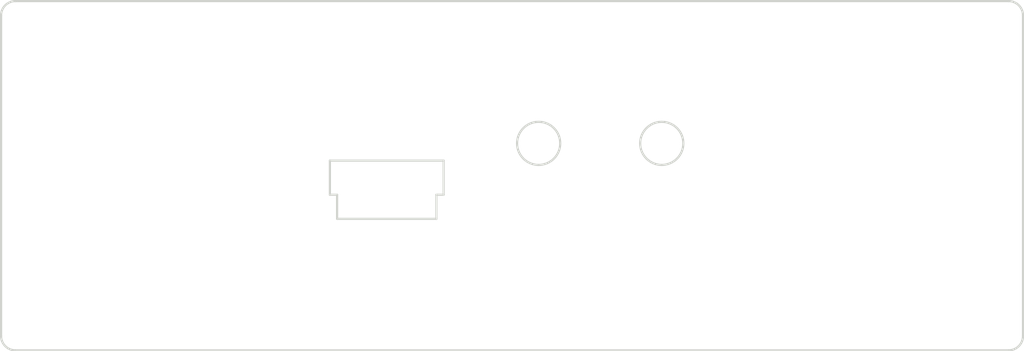
<source format=kicad_pcb>
(kicad_pcb (version 4) (host pcbnew no-vcs-found-product)

  (general
    (links 0)
    (no_connects 0)
    (area -0.075001 -24.375001 71.075001 0.075001)
    (thickness 1.6)
    (drawings 18)
    (tracks 0)
    (zones 0)
    (modules 0)
    (nets 1)
  )

  (page A4)
  (layers
    (0 F.Cu signal)
    (31 B.Cu signal hide)
    (32 B.Adhes user hide)
    (33 F.Adhes user hide)
    (34 B.Paste user hide)
    (35 F.Paste user hide)
    (36 B.SilkS user hide)
    (37 F.SilkS user hide)
    (38 B.Mask user hide)
    (39 F.Mask user hide)
    (40 Dwgs.User user hide)
    (41 Cmts.User user hide)
    (42 Eco1.User user hide)
    (43 Eco2.User user hide)
    (44 Edge.Cuts user)
    (45 Margin user hide)
    (46 B.CrtYd user hide)
    (47 F.CrtYd user hide)
    (48 B.Fab user hide)
    (49 F.Fab user hide)
  )

  (setup
    (last_trace_width 0.25)
    (trace_clearance 0.2)
    (zone_clearance 0.2)
    (zone_45_only no)
    (trace_min 0.2)
    (segment_width 0.2)
    (edge_width 0.15)
    (via_size 0.6)
    (via_drill 0.4)
    (via_min_size 0.4)
    (via_min_drill 0.3)
    (uvia_size 0.3)
    (uvia_drill 0.1)
    (uvias_allowed no)
    (uvia_min_size 0.2)
    (uvia_min_drill 0.1)
    (pcb_text_width 0.3)
    (pcb_text_size 1.5 1.5)
    (mod_edge_width 0.15)
    (mod_text_size 1 1)
    (mod_text_width 0.15)
    (pad_size 1.524 1.524)
    (pad_drill 0.762)
    (pad_to_mask_clearance 0.2)
    (aux_axis_origin 0 0)
    (visible_elements FFFFFF7F)
    (pcbplotparams
      (layerselection 0x01000_7ffffffe)
      (usegerberextensions false)
      (excludeedgelayer true)
      (linewidth 0.100000)
      (plotframeref false)
      (viasonmask false)
      (mode 1)
      (useauxorigin false)
      (hpglpennumber 1)
      (hpglpenspeed 20)
      (hpglpendiameter 15)
      (psnegative false)
      (psa4output false)
      (plotreference true)
      (plotvalue true)
      (plotinvisibletext false)
      (padsonsilk false)
      (subtractmaskfromsilk false)
      (outputformat 1)
      (mirror false)
      (drillshape 0)
      (scaleselection 1)
      (outputdirectory gerber/))
  )

  (net 0 "")

  (net_class Default "This is the default net class."
    (clearance 0.2)
    (trace_width 0.25)
    (via_dia 0.6)
    (via_drill 0.4)
    (uvia_dia 0.3)
    (uvia_drill 0.1)
  )

  (gr_line (start 22.846 -10.825) (end 23.346 -10.825) (angle 90) (layer Edge.Cuts) (width 0.15))
  (gr_line (start 30.246 -10.825) (end 30.746 -10.825) (angle 90) (layer Edge.Cuts) (width 0.15))
  (gr_line (start 30.246 -10.825) (end 30.246 -9.15) (angle 90) (layer Edge.Cuts) (width 0.15))
  (gr_line (start 23.346 -9.15) (end 23.346 -10.825) (angle 90) (layer Edge.Cuts) (width 0.15))
  (gr_line (start 22.846 -13.2) (end 30.746 -13.2) (angle 90) (layer Edge.Cuts) (width 0.15))
  (gr_line (start 30.746 -10.825) (end 30.746 -13.2) (angle 90) (layer Edge.Cuts) (width 0.15))
  (gr_circle (center 45.902 -14.4) (end 47.402 -14.4) (layer Edge.Cuts) (width 0.15))
  (gr_circle (center 37.349 -14.4) (end 38.849 -14.4) (layer Edge.Cuts) (width 0.15))
  (gr_line (start 22.846 -10.825) (end 22.846 -13.2) (angle 90) (layer Edge.Cuts) (width 0.15))
  (gr_line (start 23.346 -9.15) (end 30.246 -9.15) (angle 90) (layer Edge.Cuts) (width 0.15))
  (gr_arc (start 1 -1) (end 1 0) (angle 90) (layer Edge.Cuts) (width 0.15))
  (gr_arc (start 70 -1) (end 71 -1) (angle 90) (layer Edge.Cuts) (width 0.15))
  (gr_arc (start 70 -23.3) (end 70 -24.3) (angle 90) (layer Edge.Cuts) (width 0.15))
  (gr_arc (start 1 -23.3) (end 0 -23.3) (angle 90) (layer Edge.Cuts) (width 0.15))
  (gr_line (start 0 -1) (end 0 -23.3) (angle 90) (layer Edge.Cuts) (width 0.15))
  (gr_line (start 70 0) (end 1 0) (angle 90) (layer Edge.Cuts) (width 0.15))
  (gr_line (start 71 -23.3) (end 71 -1) (angle 90) (layer Edge.Cuts) (width 0.15))
  (gr_line (start 1 -24.3) (end 70 -24.3) (angle 90) (layer Edge.Cuts) (width 0.15))

)

</source>
